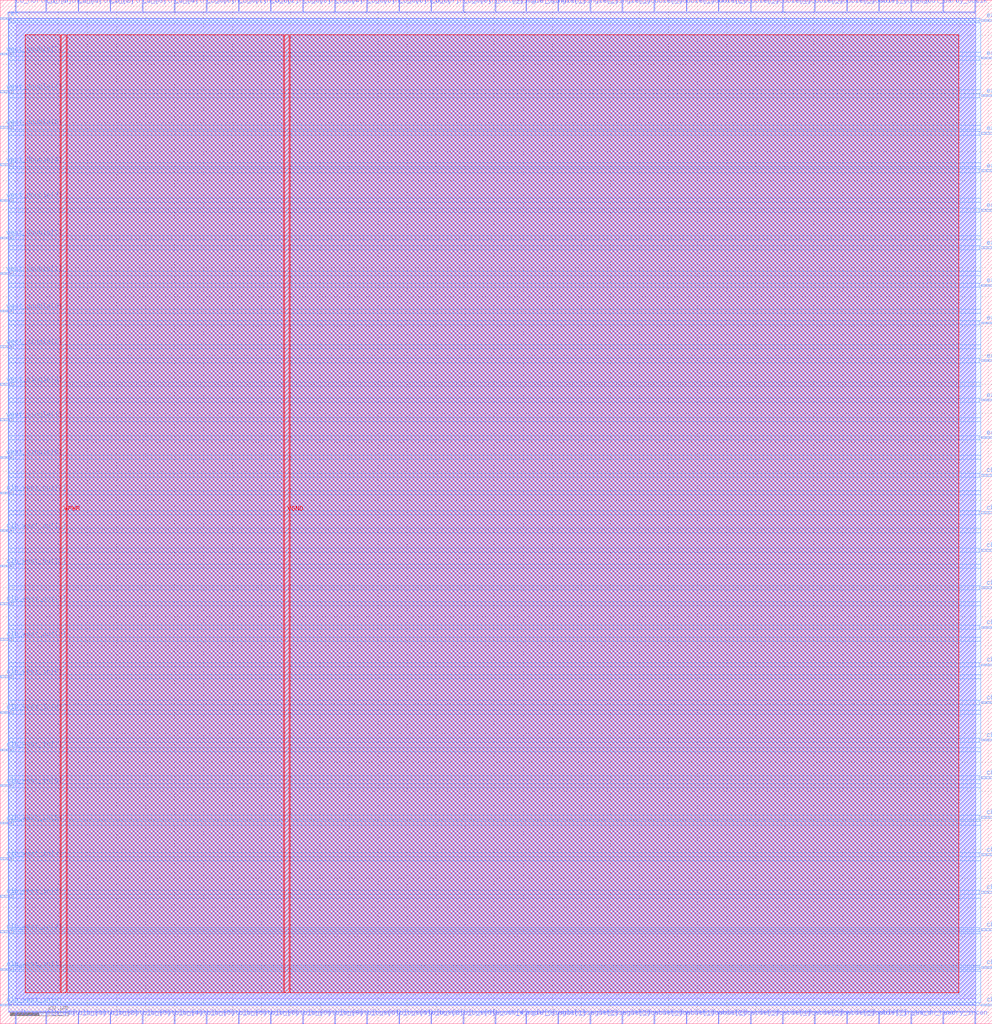
<source format=lef>
VERSION 5.7 ;
  NOWIREEXTENSIONATPIN ON ;
  DIVIDERCHAR "/" ;
  BUSBITCHARS "[]" ;
MACRO clb_tile
  CLASS BLOCK ;
  FOREIGN clb_tile ;
  ORIGIN 0.000 0.000 ;
  SIZE 341.400 BY 352.120 ;
  PIN carry_in
    DIRECTION INPUT ;
    PORT
      LAYER met2 ;
        RECT 324.390 0.000 324.670 4.000 ;
    END
  END carry_in
  PIN carry_out
    DIRECTION OUTPUT TRISTATE ;
    PORT
      LAYER met2 ;
        RECT 324.390 348.120 324.670 352.120 ;
    END
  END carry_out
  PIN cb_east_in[0]
    DIRECTION INPUT ;
    PORT
      LAYER met3 ;
        RECT 337.400 6.160 341.400 6.760 ;
    END
  END cb_east_in[0]
  PIN cb_east_in[1]
    DIRECTION INPUT ;
    PORT
      LAYER met3 ;
        RECT 337.400 19.080 341.400 19.680 ;
    END
  END cb_east_in[1]
  PIN cb_east_in[2]
    DIRECTION INPUT ;
    PORT
      LAYER met3 ;
        RECT 337.400 32.000 341.400 32.600 ;
    END
  END cb_east_in[2]
  PIN cb_east_in[3]
    DIRECTION INPUT ;
    PORT
      LAYER met3 ;
        RECT 337.400 44.920 341.400 45.520 ;
    END
  END cb_east_in[3]
  PIN cb_east_in[4]
    DIRECTION INPUT ;
    PORT
      LAYER met3 ;
        RECT 337.400 57.840 341.400 58.440 ;
    END
  END cb_east_in[4]
  PIN cb_east_out[0]
    DIRECTION OUTPUT TRISTATE ;
    PORT
      LAYER met3 ;
        RECT 337.400 70.760 341.400 71.360 ;
    END
  END cb_east_out[0]
  PIN cb_east_out[1]
    DIRECTION OUTPUT TRISTATE ;
    PORT
      LAYER met3 ;
        RECT 337.400 84.360 341.400 84.960 ;
    END
  END cb_east_out[1]
  PIN cb_east_out[2]
    DIRECTION OUTPUT TRISTATE ;
    PORT
      LAYER met3 ;
        RECT 337.400 97.280 341.400 97.880 ;
    END
  END cb_east_out[2]
  PIN cb_east_out[3]
    DIRECTION OUTPUT TRISTATE ;
    PORT
      LAYER met3 ;
        RECT 337.400 110.200 341.400 110.800 ;
    END
  END cb_east_out[3]
  PIN cb_east_out[4]
    DIRECTION OUTPUT TRISTATE ;
    PORT
      LAYER met3 ;
        RECT 337.400 123.120 341.400 123.720 ;
    END
  END cb_east_out[4]
  PIN cb_east_out[5]
    DIRECTION OUTPUT TRISTATE ;
    PORT
      LAYER met3 ;
        RECT 337.400 136.040 341.400 136.640 ;
    END
  END cb_east_out[5]
  PIN cb_east_out[6]
    DIRECTION OUTPUT TRISTATE ;
    PORT
      LAYER met3 ;
        RECT 337.400 149.640 341.400 150.240 ;
    END
  END cb_east_out[6]
  PIN cb_east_out[7]
    DIRECTION OUTPUT TRISTATE ;
    PORT
      LAYER met3 ;
        RECT 337.400 162.560 341.400 163.160 ;
    END
  END cb_east_out[7]
  PIN cb_east_out[8]
    DIRECTION OUTPUT TRISTATE ;
    PORT
      LAYER met3 ;
        RECT 337.400 175.480 341.400 176.080 ;
    END
  END cb_east_out[8]
  PIN cb_east_out[9]
    DIRECTION OUTPUT TRISTATE ;
    PORT
      LAYER met3 ;
        RECT 337.400 188.400 341.400 189.000 ;
    END
  END cb_east_out[9]
  PIN cb_north_in[0]
    DIRECTION INPUT ;
    PORT
      LAYER met2 ;
        RECT 5.150 348.120 5.430 352.120 ;
    END
  END cb_north_in[0]
  PIN cb_north_in[1]
    DIRECTION INPUT ;
    PORT
      LAYER met2 ;
        RECT 15.730 348.120 16.010 352.120 ;
    END
  END cb_north_in[1]
  PIN cb_north_in[2]
    DIRECTION INPUT ;
    PORT
      LAYER met2 ;
        RECT 26.770 348.120 27.050 352.120 ;
    END
  END cb_north_in[2]
  PIN cb_north_in[3]
    DIRECTION INPUT ;
    PORT
      LAYER met2 ;
        RECT 37.810 348.120 38.090 352.120 ;
    END
  END cb_north_in[3]
  PIN cb_north_in[4]
    DIRECTION INPUT ;
    PORT
      LAYER met2 ;
        RECT 48.850 348.120 49.130 352.120 ;
    END
  END cb_north_in[4]
  PIN cb_north_out[0]
    DIRECTION OUTPUT TRISTATE ;
    PORT
      LAYER met2 ;
        RECT 59.890 348.120 60.170 352.120 ;
    END
  END cb_north_out[0]
  PIN cb_north_out[1]
    DIRECTION OUTPUT TRISTATE ;
    PORT
      LAYER met2 ;
        RECT 70.930 348.120 71.210 352.120 ;
    END
  END cb_north_out[1]
  PIN cb_north_out[2]
    DIRECTION OUTPUT TRISTATE ;
    PORT
      LAYER met2 ;
        RECT 81.970 348.120 82.250 352.120 ;
    END
  END cb_north_out[2]
  PIN cb_north_out[3]
    DIRECTION OUTPUT TRISTATE ;
    PORT
      LAYER met2 ;
        RECT 93.010 348.120 93.290 352.120 ;
    END
  END cb_north_out[3]
  PIN cb_north_out[4]
    DIRECTION OUTPUT TRISTATE ;
    PORT
      LAYER met2 ;
        RECT 104.050 348.120 104.330 352.120 ;
    END
  END cb_north_out[4]
  PIN cb_north_out[5]
    DIRECTION OUTPUT TRISTATE ;
    PORT
      LAYER met2 ;
        RECT 115.090 348.120 115.370 352.120 ;
    END
  END cb_north_out[5]
  PIN cb_north_out[6]
    DIRECTION OUTPUT TRISTATE ;
    PORT
      LAYER met2 ;
        RECT 126.130 348.120 126.410 352.120 ;
    END
  END cb_north_out[6]
  PIN cb_north_out[7]
    DIRECTION OUTPUT TRISTATE ;
    PORT
      LAYER met2 ;
        RECT 137.170 348.120 137.450 352.120 ;
    END
  END cb_north_out[7]
  PIN cb_north_out[8]
    DIRECTION OUTPUT TRISTATE ;
    PORT
      LAYER met2 ;
        RECT 148.210 348.120 148.490 352.120 ;
    END
  END cb_north_out[8]
  PIN cb_north_out[9]
    DIRECTION OUTPUT TRISTATE ;
    PORT
      LAYER met2 ;
        RECT 159.250 348.120 159.530 352.120 ;
    END
  END cb_north_out[9]
  PIN cen
    DIRECTION INPUT ;
    PORT
      LAYER met2 ;
        RECT 335.430 0.000 335.710 4.000 ;
    END
  END cen
  PIN clb_south_in[0]
    DIRECTION INPUT ;
    PORT
      LAYER met2 ;
        RECT 5.150 0.000 5.430 4.000 ;
    END
  END clb_south_in[0]
  PIN clb_south_in[1]
    DIRECTION INPUT ;
    PORT
      LAYER met2 ;
        RECT 15.730 0.000 16.010 4.000 ;
    END
  END clb_south_in[1]
  PIN clb_south_in[2]
    DIRECTION INPUT ;
    PORT
      LAYER met2 ;
        RECT 26.770 0.000 27.050 4.000 ;
    END
  END clb_south_in[2]
  PIN clb_south_in[3]
    DIRECTION INPUT ;
    PORT
      LAYER met2 ;
        RECT 37.810 0.000 38.090 4.000 ;
    END
  END clb_south_in[3]
  PIN clb_south_in[4]
    DIRECTION INPUT ;
    PORT
      LAYER met2 ;
        RECT 48.850 0.000 49.130 4.000 ;
    END
  END clb_south_in[4]
  PIN clb_south_in[5]
    DIRECTION INPUT ;
    PORT
      LAYER met2 ;
        RECT 59.890 0.000 60.170 4.000 ;
    END
  END clb_south_in[5]
  PIN clb_south_in[6]
    DIRECTION INPUT ;
    PORT
      LAYER met2 ;
        RECT 70.930 0.000 71.210 4.000 ;
    END
  END clb_south_in[6]
  PIN clb_south_in[7]
    DIRECTION INPUT ;
    PORT
      LAYER met2 ;
        RECT 81.970 0.000 82.250 4.000 ;
    END
  END clb_south_in[7]
  PIN clb_south_in[8]
    DIRECTION INPUT ;
    PORT
      LAYER met2 ;
        RECT 93.010 0.000 93.290 4.000 ;
    END
  END clb_south_in[8]
  PIN clb_south_in[9]
    DIRECTION INPUT ;
    PORT
      LAYER met2 ;
        RECT 104.050 0.000 104.330 4.000 ;
    END
  END clb_south_in[9]
  PIN clb_south_out[0]
    DIRECTION OUTPUT TRISTATE ;
    PORT
      LAYER met2 ;
        RECT 115.090 0.000 115.370 4.000 ;
    END
  END clb_south_out[0]
  PIN clb_south_out[1]
    DIRECTION OUTPUT TRISTATE ;
    PORT
      LAYER met2 ;
        RECT 126.130 0.000 126.410 4.000 ;
    END
  END clb_south_out[1]
  PIN clb_south_out[2]
    DIRECTION OUTPUT TRISTATE ;
    PORT
      LAYER met2 ;
        RECT 137.170 0.000 137.450 4.000 ;
    END
  END clb_south_out[2]
  PIN clb_south_out[3]
    DIRECTION OUTPUT TRISTATE ;
    PORT
      LAYER met2 ;
        RECT 148.210 0.000 148.490 4.000 ;
    END
  END clb_south_out[3]
  PIN clb_south_out[4]
    DIRECTION OUTPUT TRISTATE ;
    PORT
      LAYER met2 ;
        RECT 159.250 0.000 159.530 4.000 ;
    END
  END clb_south_out[4]
  PIN clb_west_in[0]
    DIRECTION INPUT ;
    PORT
      LAYER met3 ;
        RECT 0.000 6.160 4.000 6.760 ;
    END
  END clb_west_in[0]
  PIN clb_west_in[1]
    DIRECTION INPUT ;
    PORT
      LAYER met3 ;
        RECT 0.000 18.400 4.000 19.000 ;
    END
  END clb_west_in[1]
  PIN clb_west_in[2]
    DIRECTION INPUT ;
    PORT
      LAYER met3 ;
        RECT 0.000 31.320 4.000 31.920 ;
    END
  END clb_west_in[2]
  PIN clb_west_in[3]
    DIRECTION INPUT ;
    PORT
      LAYER met3 ;
        RECT 0.000 43.560 4.000 44.160 ;
    END
  END clb_west_in[3]
  PIN clb_west_in[4]
    DIRECTION INPUT ;
    PORT
      LAYER met3 ;
        RECT 0.000 56.480 4.000 57.080 ;
    END
  END clb_west_in[4]
  PIN clb_west_in[5]
    DIRECTION INPUT ;
    PORT
      LAYER met3 ;
        RECT 0.000 68.720 4.000 69.320 ;
    END
  END clb_west_in[5]
  PIN clb_west_in[6]
    DIRECTION INPUT ;
    PORT
      LAYER met3 ;
        RECT 0.000 81.640 4.000 82.240 ;
    END
  END clb_west_in[6]
  PIN clb_west_in[7]
    DIRECTION INPUT ;
    PORT
      LAYER met3 ;
        RECT 0.000 93.880 4.000 94.480 ;
    END
  END clb_west_in[7]
  PIN clb_west_in[8]
    DIRECTION INPUT ;
    PORT
      LAYER met3 ;
        RECT 0.000 106.800 4.000 107.400 ;
    END
  END clb_west_in[8]
  PIN clb_west_in[9]
    DIRECTION INPUT ;
    PORT
      LAYER met3 ;
        RECT 0.000 119.040 4.000 119.640 ;
    END
  END clb_west_in[9]
  PIN clb_west_out[0]
    DIRECTION OUTPUT TRISTATE ;
    PORT
      LAYER met3 ;
        RECT 0.000 131.960 4.000 132.560 ;
    END
  END clb_west_out[0]
  PIN clb_west_out[1]
    DIRECTION OUTPUT TRISTATE ;
    PORT
      LAYER met3 ;
        RECT 0.000 144.200 4.000 144.800 ;
    END
  END clb_west_out[1]
  PIN clb_west_out[2]
    DIRECTION OUTPUT TRISTATE ;
    PORT
      LAYER met3 ;
        RECT 0.000 157.120 4.000 157.720 ;
    END
  END clb_west_out[2]
  PIN clb_west_out[3]
    DIRECTION OUTPUT TRISTATE ;
    PORT
      LAYER met3 ;
        RECT 0.000 169.360 4.000 169.960 ;
    END
  END clb_west_out[3]
  PIN clb_west_out[4]
    DIRECTION OUTPUT TRISTATE ;
    PORT
      LAYER met3 ;
        RECT 0.000 182.280 4.000 182.880 ;
    END
  END clb_west_out[4]
  PIN clk
    DIRECTION INPUT ;
    PORT
      LAYER met2 ;
        RECT 335.430 348.120 335.710 352.120 ;
    END
  END clk
  PIN east_double[0]
    DIRECTION INOUT ;
    PORT
      LAYER met3 ;
        RECT 337.400 253.680 341.400 254.280 ;
    END
  END east_double[0]
  PIN east_double[1]
    DIRECTION INOUT ;
    PORT
      LAYER met3 ;
        RECT 337.400 266.600 341.400 267.200 ;
    END
  END east_double[1]
  PIN east_double[2]
    DIRECTION INOUT ;
    PORT
      LAYER met3 ;
        RECT 337.400 279.520 341.400 280.120 ;
    END
  END east_double[2]
  PIN east_double[3]
    DIRECTION INOUT ;
    PORT
      LAYER met3 ;
        RECT 337.400 293.120 341.400 293.720 ;
    END
  END east_double[3]
  PIN east_double[4]
    DIRECTION INOUT ;
    PORT
      LAYER met3 ;
        RECT 337.400 306.040 341.400 306.640 ;
    END
  END east_double[4]
  PIN east_double[5]
    DIRECTION INOUT ;
    PORT
      LAYER met3 ;
        RECT 337.400 318.960 341.400 319.560 ;
    END
  END east_double[5]
  PIN east_double[6]
    DIRECTION INOUT ;
    PORT
      LAYER met3 ;
        RECT 337.400 331.880 341.400 332.480 ;
    END
  END east_double[6]
  PIN east_double[7]
    DIRECTION INOUT ;
    PORT
      LAYER met3 ;
        RECT 337.400 344.800 341.400 345.400 ;
    END
  END east_double[7]
  PIN east_single[0]
    DIRECTION INOUT ;
    PORT
      LAYER met3 ;
        RECT 337.400 201.320 341.400 201.920 ;
    END
  END east_single[0]
  PIN east_single[1]
    DIRECTION INOUT ;
    PORT
      LAYER met3 ;
        RECT 337.400 214.240 341.400 214.840 ;
    END
  END east_single[1]
  PIN east_single[2]
    DIRECTION INOUT ;
    PORT
      LAYER met3 ;
        RECT 337.400 227.840 341.400 228.440 ;
    END
  END east_single[2]
  PIN east_single[3]
    DIRECTION INOUT ;
    PORT
      LAYER met3 ;
        RECT 337.400 240.760 341.400 241.360 ;
    END
  END east_single[3]
  PIN north_double[0]
    DIRECTION INOUT ;
    PORT
      LAYER met2 ;
        RECT 213.990 348.120 214.270 352.120 ;
    END
  END north_double[0]
  PIN north_double[1]
    DIRECTION INOUT ;
    PORT
      LAYER met2 ;
        RECT 225.030 348.120 225.310 352.120 ;
    END
  END north_double[1]
  PIN north_double[2]
    DIRECTION INOUT ;
    PORT
      LAYER met2 ;
        RECT 236.070 348.120 236.350 352.120 ;
    END
  END north_double[2]
  PIN north_double[3]
    DIRECTION INOUT ;
    PORT
      LAYER met2 ;
        RECT 247.110 348.120 247.390 352.120 ;
    END
  END north_double[3]
  PIN north_double[4]
    DIRECTION INOUT ;
    PORT
      LAYER met2 ;
        RECT 258.150 348.120 258.430 352.120 ;
    END
  END north_double[4]
  PIN north_double[5]
    DIRECTION INOUT ;
    PORT
      LAYER met2 ;
        RECT 269.190 348.120 269.470 352.120 ;
    END
  END north_double[5]
  PIN north_double[6]
    DIRECTION INOUT ;
    PORT
      LAYER met2 ;
        RECT 280.230 348.120 280.510 352.120 ;
    END
  END north_double[6]
  PIN north_double[7]
    DIRECTION INOUT ;
    PORT
      LAYER met2 ;
        RECT 291.270 348.120 291.550 352.120 ;
    END
  END north_double[7]
  PIN north_single[0]
    DIRECTION INOUT ;
    PORT
      LAYER met2 ;
        RECT 170.290 348.120 170.570 352.120 ;
    END
  END north_single[0]
  PIN north_single[1]
    DIRECTION INOUT ;
    PORT
      LAYER met2 ;
        RECT 180.870 348.120 181.150 352.120 ;
    END
  END north_single[1]
  PIN north_single[2]
    DIRECTION INOUT ;
    PORT
      LAYER met2 ;
        RECT 191.910 348.120 192.190 352.120 ;
    END
  END north_single[2]
  PIN north_single[3]
    DIRECTION INOUT ;
    PORT
      LAYER met2 ;
        RECT 202.950 348.120 203.230 352.120 ;
    END
  END north_single[3]
  PIN rst
    DIRECTION INPUT ;
    PORT
      LAYER met3 ;
        RECT 0.000 345.480 4.000 346.080 ;
    END
  END rst
  PIN set_in_hard
    DIRECTION INPUT ;
    PORT
      LAYER met2 ;
        RECT 313.350 0.000 313.630 4.000 ;
    END
  END set_in_hard
  PIN set_out_hard
    DIRECTION OUTPUT TRISTATE ;
    PORT
      LAYER met2 ;
        RECT 313.350 348.120 313.630 352.120 ;
    END
  END set_out_hard
  PIN shift_in_hard
    DIRECTION INPUT ;
    PORT
      LAYER met2 ;
        RECT 302.310 0.000 302.590 4.000 ;
    END
  END shift_in_hard
  PIN shift_out_hard
    DIRECTION OUTPUT TRISTATE ;
    PORT
      LAYER met2 ;
        RECT 302.310 348.120 302.590 352.120 ;
    END
  END shift_out_hard
  PIN south_double[0]
    DIRECTION INOUT ;
    PORT
      LAYER met2 ;
        RECT 213.990 0.000 214.270 4.000 ;
    END
  END south_double[0]
  PIN south_double[1]
    DIRECTION INOUT ;
    PORT
      LAYER met2 ;
        RECT 225.030 0.000 225.310 4.000 ;
    END
  END south_double[1]
  PIN south_double[2]
    DIRECTION INOUT ;
    PORT
      LAYER met2 ;
        RECT 236.070 0.000 236.350 4.000 ;
    END
  END south_double[2]
  PIN south_double[3]
    DIRECTION INOUT ;
    PORT
      LAYER met2 ;
        RECT 247.110 0.000 247.390 4.000 ;
    END
  END south_double[3]
  PIN south_double[4]
    DIRECTION INOUT ;
    PORT
      LAYER met2 ;
        RECT 258.150 0.000 258.430 4.000 ;
    END
  END south_double[4]
  PIN south_double[5]
    DIRECTION INOUT ;
    PORT
      LAYER met2 ;
        RECT 269.190 0.000 269.470 4.000 ;
    END
  END south_double[5]
  PIN south_double[6]
    DIRECTION INOUT ;
    PORT
      LAYER met2 ;
        RECT 280.230 0.000 280.510 4.000 ;
    END
  END south_double[6]
  PIN south_double[7]
    DIRECTION INOUT ;
    PORT
      LAYER met2 ;
        RECT 291.270 0.000 291.550 4.000 ;
    END
  END south_double[7]
  PIN south_single[0]
    DIRECTION INOUT ;
    PORT
      LAYER met2 ;
        RECT 170.290 0.000 170.570 4.000 ;
    END
  END south_single[0]
  PIN south_single[1]
    DIRECTION INOUT ;
    PORT
      LAYER met2 ;
        RECT 180.870 0.000 181.150 4.000 ;
    END
  END south_single[1]
  PIN south_single[2]
    DIRECTION INOUT ;
    PORT
      LAYER met2 ;
        RECT 191.910 0.000 192.190 4.000 ;
    END
  END south_single[2]
  PIN south_single[3]
    DIRECTION INOUT ;
    PORT
      LAYER met2 ;
        RECT 202.950 0.000 203.230 4.000 ;
    END
  END south_single[3]
  PIN west_double[0]
    DIRECTION INOUT ;
    PORT
      LAYER met3 ;
        RECT 0.000 244.840 4.000 245.440 ;
    END
  END west_double[0]
  PIN west_double[1]
    DIRECTION INOUT ;
    PORT
      LAYER met3 ;
        RECT 0.000 257.760 4.000 258.360 ;
    END
  END west_double[1]
  PIN west_double[2]
    DIRECTION INOUT ;
    PORT
      LAYER met3 ;
        RECT 0.000 270.000 4.000 270.600 ;
    END
  END west_double[2]
  PIN west_double[3]
    DIRECTION INOUT ;
    PORT
      LAYER met3 ;
        RECT 0.000 282.920 4.000 283.520 ;
    END
  END west_double[3]
  PIN west_double[4]
    DIRECTION INOUT ;
    PORT
      LAYER met3 ;
        RECT 0.000 295.160 4.000 295.760 ;
    END
  END west_double[4]
  PIN west_double[5]
    DIRECTION INOUT ;
    PORT
      LAYER met3 ;
        RECT 0.000 308.080 4.000 308.680 ;
    END
  END west_double[5]
  PIN west_double[6]
    DIRECTION INOUT ;
    PORT
      LAYER met3 ;
        RECT 0.000 320.320 4.000 320.920 ;
    END
  END west_double[6]
  PIN west_double[7]
    DIRECTION INOUT ;
    PORT
      LAYER met3 ;
        RECT 0.000 333.240 4.000 333.840 ;
    END
  END west_double[7]
  PIN west_single[0]
    DIRECTION INOUT ;
    PORT
      LAYER met3 ;
        RECT 0.000 194.520 4.000 195.120 ;
    END
  END west_single[0]
  PIN west_single[1]
    DIRECTION INOUT ;
    PORT
      LAYER met3 ;
        RECT 0.000 207.440 4.000 208.040 ;
    END
  END west_single[1]
  PIN west_single[2]
    DIRECTION INOUT ;
    PORT
      LAYER met3 ;
        RECT 0.000 219.680 4.000 220.280 ;
    END
  END west_single[2]
  PIN west_single[3]
    DIRECTION INOUT ;
    PORT
      LAYER met3 ;
        RECT 0.000 232.600 4.000 233.200 ;
    END
  END west_single[3]
  PIN VPWR
    DIRECTION INPUT ;
    USE POWER ;
    PORT
      LAYER met4 ;
        RECT 21.040 10.640 22.640 340.240 ;
    END
  END VPWR
  PIN VGND
    DIRECTION INPUT ;
    USE GROUND ;
    PORT
      LAYER met4 ;
        RECT 97.840 10.640 99.440 340.240 ;
    END
  END VGND
  OBS
      LAYER li1 ;
        RECT 5.520 8.585 335.800 343.655 ;
      LAYER met1 ;
        RECT 2.830 6.500 335.800 345.740 ;
      LAYER met2 ;
        RECT 2.850 347.840 4.870 348.120 ;
        RECT 5.710 347.840 15.450 348.120 ;
        RECT 16.290 347.840 26.490 348.120 ;
        RECT 27.330 347.840 37.530 348.120 ;
        RECT 38.370 347.840 48.570 348.120 ;
        RECT 49.410 347.840 59.610 348.120 ;
        RECT 60.450 347.840 70.650 348.120 ;
        RECT 71.490 347.840 81.690 348.120 ;
        RECT 82.530 347.840 92.730 348.120 ;
        RECT 93.570 347.840 103.770 348.120 ;
        RECT 104.610 347.840 114.810 348.120 ;
        RECT 115.650 347.840 125.850 348.120 ;
        RECT 126.690 347.840 136.890 348.120 ;
        RECT 137.730 347.840 147.930 348.120 ;
        RECT 148.770 347.840 158.970 348.120 ;
        RECT 159.810 347.840 170.010 348.120 ;
        RECT 170.850 347.840 180.590 348.120 ;
        RECT 181.430 347.840 191.630 348.120 ;
        RECT 192.470 347.840 202.670 348.120 ;
        RECT 203.510 347.840 213.710 348.120 ;
        RECT 214.550 347.840 224.750 348.120 ;
        RECT 225.590 347.840 235.790 348.120 ;
        RECT 236.630 347.840 246.830 348.120 ;
        RECT 247.670 347.840 257.870 348.120 ;
        RECT 258.710 347.840 268.910 348.120 ;
        RECT 269.750 347.840 279.950 348.120 ;
        RECT 280.790 347.840 290.990 348.120 ;
        RECT 291.830 347.840 302.030 348.120 ;
        RECT 302.870 347.840 313.070 348.120 ;
        RECT 313.910 347.840 324.110 348.120 ;
        RECT 324.950 347.840 335.150 348.120 ;
        RECT 2.850 4.280 335.700 347.840 ;
        RECT 2.850 4.000 4.870 4.280 ;
        RECT 5.710 4.000 15.450 4.280 ;
        RECT 16.290 4.000 26.490 4.280 ;
        RECT 27.330 4.000 37.530 4.280 ;
        RECT 38.370 4.000 48.570 4.280 ;
        RECT 49.410 4.000 59.610 4.280 ;
        RECT 60.450 4.000 70.650 4.280 ;
        RECT 71.490 4.000 81.690 4.280 ;
        RECT 82.530 4.000 92.730 4.280 ;
        RECT 93.570 4.000 103.770 4.280 ;
        RECT 104.610 4.000 114.810 4.280 ;
        RECT 115.650 4.000 125.850 4.280 ;
        RECT 126.690 4.000 136.890 4.280 ;
        RECT 137.730 4.000 147.930 4.280 ;
        RECT 148.770 4.000 158.970 4.280 ;
        RECT 159.810 4.000 170.010 4.280 ;
        RECT 170.850 4.000 180.590 4.280 ;
        RECT 181.430 4.000 191.630 4.280 ;
        RECT 192.470 4.000 202.670 4.280 ;
        RECT 203.510 4.000 213.710 4.280 ;
        RECT 214.550 4.000 224.750 4.280 ;
        RECT 225.590 4.000 235.790 4.280 ;
        RECT 236.630 4.000 246.830 4.280 ;
        RECT 247.670 4.000 257.870 4.280 ;
        RECT 258.710 4.000 268.910 4.280 ;
        RECT 269.750 4.000 279.950 4.280 ;
        RECT 280.790 4.000 290.990 4.280 ;
        RECT 291.830 4.000 302.030 4.280 ;
        RECT 302.870 4.000 313.070 4.280 ;
        RECT 313.910 4.000 324.110 4.280 ;
        RECT 324.950 4.000 335.150 4.280 ;
      LAYER met3 ;
        RECT 4.400 345.800 337.400 345.945 ;
        RECT 4.400 345.080 337.000 345.800 ;
        RECT 2.825 344.400 337.000 345.080 ;
        RECT 2.825 334.240 337.400 344.400 ;
        RECT 4.400 332.880 337.400 334.240 ;
        RECT 4.400 332.840 337.000 332.880 ;
        RECT 2.825 331.480 337.000 332.840 ;
        RECT 2.825 321.320 337.400 331.480 ;
        RECT 4.400 319.960 337.400 321.320 ;
        RECT 4.400 319.920 337.000 319.960 ;
        RECT 2.825 318.560 337.000 319.920 ;
        RECT 2.825 309.080 337.400 318.560 ;
        RECT 4.400 307.680 337.400 309.080 ;
        RECT 2.825 307.040 337.400 307.680 ;
        RECT 2.825 305.640 337.000 307.040 ;
        RECT 2.825 296.160 337.400 305.640 ;
        RECT 4.400 294.760 337.400 296.160 ;
        RECT 2.825 294.120 337.400 294.760 ;
        RECT 2.825 292.720 337.000 294.120 ;
        RECT 2.825 283.920 337.400 292.720 ;
        RECT 4.400 282.520 337.400 283.920 ;
        RECT 2.825 280.520 337.400 282.520 ;
        RECT 2.825 279.120 337.000 280.520 ;
        RECT 2.825 271.000 337.400 279.120 ;
        RECT 4.400 269.600 337.400 271.000 ;
        RECT 2.825 267.600 337.400 269.600 ;
        RECT 2.825 266.200 337.000 267.600 ;
        RECT 2.825 258.760 337.400 266.200 ;
        RECT 4.400 257.360 337.400 258.760 ;
        RECT 2.825 254.680 337.400 257.360 ;
        RECT 2.825 253.280 337.000 254.680 ;
        RECT 2.825 245.840 337.400 253.280 ;
        RECT 4.400 244.440 337.400 245.840 ;
        RECT 2.825 241.760 337.400 244.440 ;
        RECT 2.825 240.360 337.000 241.760 ;
        RECT 2.825 233.600 337.400 240.360 ;
        RECT 4.400 232.200 337.400 233.600 ;
        RECT 2.825 228.840 337.400 232.200 ;
        RECT 2.825 227.440 337.000 228.840 ;
        RECT 2.825 220.680 337.400 227.440 ;
        RECT 4.400 219.280 337.400 220.680 ;
        RECT 2.825 215.240 337.400 219.280 ;
        RECT 2.825 213.840 337.000 215.240 ;
        RECT 2.825 208.440 337.400 213.840 ;
        RECT 4.400 207.040 337.400 208.440 ;
        RECT 2.825 202.320 337.400 207.040 ;
        RECT 2.825 200.920 337.000 202.320 ;
        RECT 2.825 195.520 337.400 200.920 ;
        RECT 4.400 194.120 337.400 195.520 ;
        RECT 2.825 189.400 337.400 194.120 ;
        RECT 2.825 188.000 337.000 189.400 ;
        RECT 2.825 183.280 337.400 188.000 ;
        RECT 4.400 181.880 337.400 183.280 ;
        RECT 2.825 176.480 337.400 181.880 ;
        RECT 2.825 175.080 337.000 176.480 ;
        RECT 2.825 170.360 337.400 175.080 ;
        RECT 4.400 168.960 337.400 170.360 ;
        RECT 2.825 163.560 337.400 168.960 ;
        RECT 2.825 162.160 337.000 163.560 ;
        RECT 2.825 158.120 337.400 162.160 ;
        RECT 4.400 156.720 337.400 158.120 ;
        RECT 2.825 150.640 337.400 156.720 ;
        RECT 2.825 149.240 337.000 150.640 ;
        RECT 2.825 145.200 337.400 149.240 ;
        RECT 4.400 143.800 337.400 145.200 ;
        RECT 2.825 137.040 337.400 143.800 ;
        RECT 2.825 135.640 337.000 137.040 ;
        RECT 2.825 132.960 337.400 135.640 ;
        RECT 4.400 131.560 337.400 132.960 ;
        RECT 2.825 124.120 337.400 131.560 ;
        RECT 2.825 122.720 337.000 124.120 ;
        RECT 2.825 120.040 337.400 122.720 ;
        RECT 4.400 118.640 337.400 120.040 ;
        RECT 2.825 111.200 337.400 118.640 ;
        RECT 2.825 109.800 337.000 111.200 ;
        RECT 2.825 107.800 337.400 109.800 ;
        RECT 4.400 106.400 337.400 107.800 ;
        RECT 2.825 98.280 337.400 106.400 ;
        RECT 2.825 96.880 337.000 98.280 ;
        RECT 2.825 94.880 337.400 96.880 ;
        RECT 4.400 93.480 337.400 94.880 ;
        RECT 2.825 85.360 337.400 93.480 ;
        RECT 2.825 83.960 337.000 85.360 ;
        RECT 2.825 82.640 337.400 83.960 ;
        RECT 4.400 81.240 337.400 82.640 ;
        RECT 2.825 71.760 337.400 81.240 ;
        RECT 2.825 70.360 337.000 71.760 ;
        RECT 2.825 69.720 337.400 70.360 ;
        RECT 4.400 68.320 337.400 69.720 ;
        RECT 2.825 58.840 337.400 68.320 ;
        RECT 2.825 57.480 337.000 58.840 ;
        RECT 4.400 57.440 337.000 57.480 ;
        RECT 4.400 56.080 337.400 57.440 ;
        RECT 2.825 45.920 337.400 56.080 ;
        RECT 2.825 44.560 337.000 45.920 ;
        RECT 4.400 44.520 337.000 44.560 ;
        RECT 4.400 43.160 337.400 44.520 ;
        RECT 2.825 33.000 337.400 43.160 ;
        RECT 2.825 32.320 337.000 33.000 ;
        RECT 4.400 31.600 337.000 32.320 ;
        RECT 4.400 30.920 337.400 31.600 ;
        RECT 2.825 20.080 337.400 30.920 ;
        RECT 2.825 19.400 337.000 20.080 ;
        RECT 4.400 18.680 337.000 19.400 ;
        RECT 4.400 18.000 337.400 18.680 ;
        RECT 2.825 7.160 337.400 18.000 ;
        RECT 4.400 6.295 337.000 7.160 ;
      LAYER met4 ;
        RECT 8.575 10.640 20.640 340.240 ;
        RECT 23.040 10.640 97.440 340.240 ;
        RECT 99.840 10.640 329.840 340.240 ;
  END
END clb_tile
END LIBRARY


</source>
